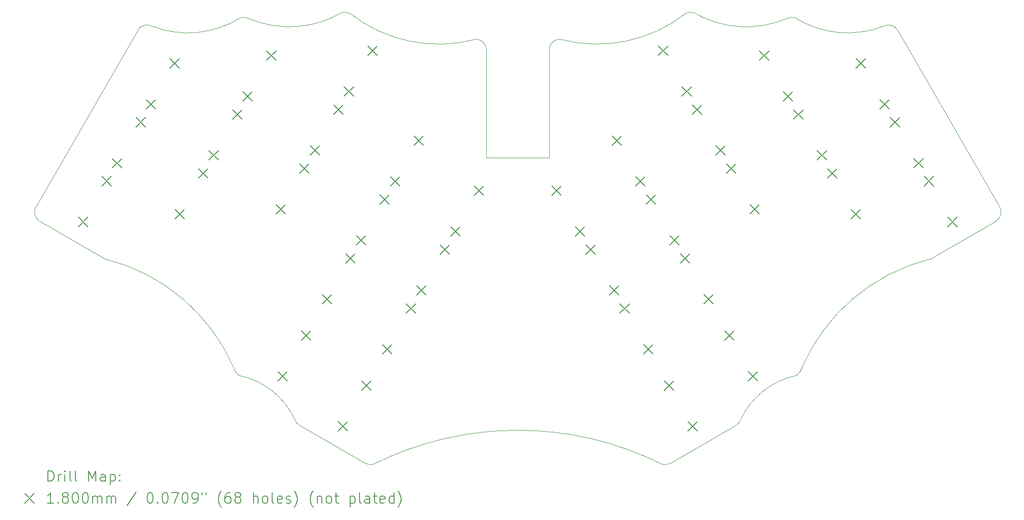
<source format=gbr>
%TF.GenerationSoftware,KiCad,Pcbnew,8.0.7-8.0.7-0~ubuntu22.04.1*%
%TF.CreationDate,2025-01-04T18:43:20+00:00*%
%TF.ProjectId,minikeeb,6d696e69-6b65-4656-922e-6b696361645f,rev?*%
%TF.SameCoordinates,Original*%
%TF.FileFunction,Drillmap*%
%TF.FilePolarity,Positive*%
%FSLAX45Y45*%
G04 Gerber Fmt 4.5, Leading zero omitted, Abs format (unit mm)*
G04 Created by KiCad (PCBNEW 8.0.7-8.0.7-0~ubuntu22.04.1) date 2025-01-04 18:43:20*
%MOMM*%
%LPD*%
G01*
G04 APERTURE LIST*
%ADD10C,0.050000*%
%ADD11C,0.120000*%
%ADD12C,0.200000*%
%ADD13C,0.180000*%
G04 APERTURE END LIST*
D10*
X18548813Y-3675552D02*
G75*
G02*
X16144997Y-4166009I-1692366J2158587D01*
G01*
X12583366Y-12292517D02*
G75*
G02*
X18106682Y-12292498I2761677J-5523329D01*
G01*
X14545004Y-4166013D02*
G75*
G02*
X12141600Y-3674636I-710324J2649092D01*
G01*
X12431603Y-12272537D02*
X11175866Y-11547537D01*
X10057045Y-3752348D02*
G75*
G02*
X10208809Y-3772328I51765J-193182D01*
G01*
X18258311Y-12272587D02*
X19514048Y-11547587D01*
X6213034Y-7643014D02*
X7468771Y-8368014D01*
X23220970Y-8368164D02*
X24476793Y-7643114D01*
X8089829Y-3992310D02*
G75*
G02*
X8363031Y-3919109I173201J-100000D01*
G01*
X11175866Y-11547537D02*
G75*
G02*
X11082681Y-11426096I100004J173207D01*
G01*
X18258311Y-12272587D02*
G75*
G02*
X18106720Y-12292470I-99831J173307D01*
G01*
X10024174Y-10593948D02*
G75*
G02*
X9930194Y-10472045I99216J173668D01*
G01*
X19607233Y-11426146D02*
G75*
G02*
X19514047Y-11547585I-193183J51766D01*
G01*
X22326793Y-3919205D02*
G75*
G02*
X22599994Y-3992412I99997J-173205D01*
G01*
X18548813Y-3675552D02*
G75*
G02*
X18700576Y-3655574I99997J-173208D01*
G01*
X20481191Y-3772328D02*
G75*
G02*
X20632955Y-3752349I99999J-173202D01*
G01*
X6213034Y-7643014D02*
G75*
G02*
X6139828Y-7369809I99996J173204D01*
G01*
X10057045Y-3752348D02*
G75*
G02*
X8363034Y-3919104I-1013761J1610633D01*
G01*
X11989837Y-3654655D02*
G75*
G02*
X12141600Y-3674636I51763J-193185D01*
G01*
X7468770Y-8368014D02*
G75*
G02*
X9930191Y-10472046I-873321J-3513436D01*
G01*
X14545000Y-4166000D02*
G75*
G02*
X14745000Y-4366000I0J-200000D01*
G01*
X22326793Y-3919205D02*
G75*
G02*
X20632955Y-3752347I-680063J1777245D01*
G01*
X11989836Y-3654655D02*
G75*
G02*
X10208809Y-3772328I-1008186J1722195D01*
G01*
X24549911Y-7369959D02*
G75*
G02*
X24476793Y-7643114I-173202J-100001D01*
G01*
X15945000Y-4366000D02*
G75*
G02*
X16145000Y-4166000I200000J0D01*
G01*
X19607233Y-11426146D02*
G75*
G02*
X20666437Y-10593590I1362157J-642924D01*
G01*
X20759620Y-10472140D02*
G75*
G02*
X23220970Y-8368164I3334655J-1409367D01*
G01*
X20481191Y-3772328D02*
G75*
G02*
X18700581Y-3655564I-773541J1838978D01*
G01*
X20759620Y-10472140D02*
G75*
G02*
X20666435Y-10593581I-193180J51760D01*
G01*
X10024180Y-10593936D02*
G75*
G02*
X11082688Y-11426092I-302900J-1474584D01*
G01*
X12583366Y-12292517D02*
G75*
G02*
X12431601Y-12272539I-51766J193187D01*
G01*
X6139829Y-7369809D02*
X8089829Y-3992310D01*
X22599998Y-3992410D02*
X24549911Y-7369959D01*
D11*
X14745000Y-4366000D02*
X14745000Y-6430000D01*
X14745000Y-6430000D02*
X15945000Y-6430000D01*
X15945000Y-6430000D02*
X15945000Y-4366000D01*
D12*
D13*
X6950816Y-7569054D02*
X7130816Y-7749054D01*
X7130816Y-7569054D02*
X6950816Y-7749054D01*
X7400816Y-6789631D02*
X7580816Y-6969631D01*
X7580816Y-6789631D02*
X7400816Y-6969631D01*
X7600816Y-6443221D02*
X7780816Y-6623221D01*
X7780816Y-6443221D02*
X7600816Y-6623221D01*
X8050816Y-5663798D02*
X8230816Y-5843798D01*
X8230816Y-5663798D02*
X8050816Y-5843798D01*
X8250816Y-5317388D02*
X8430816Y-5497388D01*
X8430816Y-5317388D02*
X8250816Y-5497388D01*
X8700816Y-4537965D02*
X8880816Y-4717965D01*
X8880816Y-4537965D02*
X8700816Y-4717965D01*
X8796678Y-7422327D02*
X8976678Y-7602327D01*
X8976678Y-7422327D02*
X8796678Y-7602327D01*
X9246678Y-6642905D02*
X9426678Y-6822905D01*
X9426678Y-6642905D02*
X9246678Y-6822905D01*
X9446591Y-6296444D02*
X9626591Y-6476444D01*
X9626591Y-6296444D02*
X9446591Y-6476444D01*
X9896591Y-5517022D02*
X10076591Y-5697022D01*
X10076591Y-5517022D02*
X9896591Y-5697022D01*
X10096591Y-5170611D02*
X10276591Y-5350611D01*
X10276591Y-5170611D02*
X10096591Y-5350611D01*
X10546591Y-4391189D02*
X10726591Y-4571189D01*
X10726591Y-4391189D02*
X10546591Y-4571189D01*
X10728882Y-7325451D02*
X10908882Y-7505451D01*
X10908882Y-7325451D02*
X10728882Y-7505451D01*
X10761174Y-10519521D02*
X10941174Y-10699521D01*
X10941174Y-10519521D02*
X10761174Y-10699521D01*
X11178882Y-6546028D02*
X11358882Y-6726028D01*
X11358882Y-6546028D02*
X11178882Y-6726028D01*
X11211173Y-9740098D02*
X11391173Y-9920098D01*
X11391173Y-9740098D02*
X11211173Y-9920098D01*
X11378882Y-6199618D02*
X11558882Y-6379618D01*
X11558882Y-6199618D02*
X11378882Y-6379618D01*
X11611347Y-9047377D02*
X11791347Y-9227377D01*
X11791347Y-9047377D02*
X11611347Y-9227377D01*
X11828882Y-5420195D02*
X12008882Y-5600195D01*
X12008882Y-5420195D02*
X11828882Y-5600195D01*
X11913648Y-11473577D02*
X12093648Y-11653577D01*
X12093648Y-11473577D02*
X11913648Y-11653577D01*
X12029382Y-5072919D02*
X12209382Y-5252919D01*
X12209382Y-5072919D02*
X12029382Y-5252919D01*
X12061347Y-8267955D02*
X12241347Y-8447955D01*
X12241347Y-8267955D02*
X12061347Y-8447955D01*
X12261347Y-7921544D02*
X12441347Y-8101544D01*
X12441347Y-7921544D02*
X12261347Y-8101544D01*
X12363648Y-10694154D02*
X12543648Y-10874154D01*
X12543648Y-10694154D02*
X12363648Y-10874154D01*
X12479382Y-4293496D02*
X12659382Y-4473496D01*
X12659382Y-4293496D02*
X12479382Y-4473496D01*
X12711347Y-7142122D02*
X12891347Y-7322122D01*
X12891347Y-7142122D02*
X12711347Y-7322122D01*
X12763648Y-10001334D02*
X12943648Y-10181334D01*
X12943648Y-10001334D02*
X12763648Y-10181334D01*
X12911260Y-6795661D02*
X13091260Y-6975661D01*
X13091260Y-6795661D02*
X12911260Y-6975661D01*
X13213648Y-9221911D02*
X13393648Y-9401911D01*
X13393648Y-9221911D02*
X13213648Y-9401911D01*
X13361260Y-6016239D02*
X13541260Y-6196239D01*
X13541260Y-6016239D02*
X13361260Y-6196239D01*
X13413648Y-8875501D02*
X13593648Y-9055501D01*
X13593648Y-8875501D02*
X13413648Y-9055501D01*
X13863648Y-8096078D02*
X14043648Y-8276078D01*
X14043648Y-8096078D02*
X13863648Y-8276078D01*
X14063648Y-7749668D02*
X14243648Y-7929668D01*
X14243648Y-7749668D02*
X14063648Y-7929668D01*
X14513648Y-6970245D02*
X14693648Y-7150245D01*
X14693648Y-6970245D02*
X14513648Y-7150245D01*
X15996266Y-6970295D02*
X16176266Y-7150295D01*
X16176266Y-6970295D02*
X15996266Y-7150295D01*
X16446266Y-7749718D02*
X16626266Y-7929718D01*
X16626266Y-7749718D02*
X16446266Y-7929718D01*
X16646266Y-8096128D02*
X16826266Y-8276128D01*
X16826266Y-8096128D02*
X16646266Y-8276128D01*
X17096266Y-8875551D02*
X17276266Y-9055551D01*
X17276266Y-8875551D02*
X17096266Y-9055551D01*
X17148567Y-6016339D02*
X17328567Y-6196339D01*
X17328567Y-6016339D02*
X17148567Y-6196339D01*
X17296266Y-9221961D02*
X17476266Y-9401961D01*
X17476266Y-9221961D02*
X17296266Y-9401961D01*
X17598567Y-6795761D02*
X17778567Y-6975761D01*
X17778567Y-6795761D02*
X17598567Y-6975761D01*
X17746266Y-10001384D02*
X17926266Y-10181384D01*
X17926266Y-10001384D02*
X17746266Y-10181384D01*
X17798567Y-7142172D02*
X17978567Y-7322172D01*
X17978567Y-7142172D02*
X17798567Y-7322172D01*
X18030858Y-4294512D02*
X18210858Y-4474512D01*
X18210858Y-4294512D02*
X18030858Y-4474512D01*
X18146266Y-10694204D02*
X18326266Y-10874204D01*
X18326266Y-10694204D02*
X18146266Y-10874204D01*
X18248567Y-7921594D02*
X18428567Y-8101594D01*
X18428567Y-7921594D02*
X18248567Y-8101594D01*
X18448653Y-8267955D02*
X18628653Y-8447955D01*
X18628653Y-8267955D02*
X18448653Y-8447955D01*
X18480858Y-5073935D02*
X18660858Y-5253935D01*
X18660858Y-5073935D02*
X18480858Y-5253935D01*
X18596266Y-11473627D02*
X18776266Y-11653627D01*
X18776266Y-11473627D02*
X18596266Y-11653627D01*
X18680945Y-5420295D02*
X18860945Y-5600295D01*
X18860945Y-5420295D02*
X18680945Y-5600295D01*
X18898653Y-9047377D02*
X19078653Y-9227377D01*
X19078653Y-9047377D02*
X18898653Y-9227377D01*
X19130945Y-6199718D02*
X19310945Y-6379718D01*
X19310945Y-6199718D02*
X19130945Y-6379718D01*
X19298653Y-9740198D02*
X19478653Y-9920198D01*
X19478653Y-9740198D02*
X19298653Y-9920198D01*
X19331945Y-6547860D02*
X19511945Y-6727860D01*
X19511945Y-6547860D02*
X19331945Y-6727860D01*
X19748653Y-10519621D02*
X19928653Y-10699621D01*
X19928653Y-10519621D02*
X19748653Y-10699621D01*
X19781945Y-7327283D02*
X19961945Y-7507283D01*
X19961945Y-7327283D02*
X19781945Y-7507283D01*
X19963149Y-4391339D02*
X20143149Y-4571339D01*
X20143149Y-4391339D02*
X19963149Y-4571339D01*
X20413149Y-5170761D02*
X20593149Y-5350761D01*
X20593149Y-5170761D02*
X20413149Y-5350761D01*
X20613236Y-5517122D02*
X20793236Y-5697122D01*
X20793236Y-5517122D02*
X20613236Y-5697122D01*
X21063236Y-6296544D02*
X21243236Y-6476544D01*
X21243236Y-6296544D02*
X21063236Y-6476544D01*
X21263236Y-6642955D02*
X21443236Y-6822955D01*
X21443236Y-6642955D02*
X21263236Y-6822955D01*
X21713236Y-7422377D02*
X21893236Y-7602377D01*
X21893236Y-7422377D02*
X21713236Y-7602377D01*
X21808838Y-4538165D02*
X21988838Y-4718165D01*
X21988838Y-4538165D02*
X21808838Y-4718165D01*
X22258838Y-5317588D02*
X22438838Y-5497588D01*
X22438838Y-5317588D02*
X22258838Y-5497588D01*
X22458925Y-5663948D02*
X22638925Y-5843948D01*
X22638925Y-5663948D02*
X22458925Y-5843948D01*
X22908925Y-6443371D02*
X23088925Y-6623371D01*
X23088925Y-6443371D02*
X22908925Y-6623371D01*
X23108838Y-6789831D02*
X23288838Y-6969831D01*
X23288838Y-6789831D02*
X23108838Y-6969831D01*
X23558838Y-7569254D02*
X23738838Y-7749254D01*
X23738838Y-7569254D02*
X23558838Y-7749254D01*
D12*
X6371309Y-12613316D02*
X6371309Y-12413316D01*
X6371309Y-12413316D02*
X6418928Y-12413316D01*
X6418928Y-12413316D02*
X6447500Y-12422840D01*
X6447500Y-12422840D02*
X6466547Y-12441888D01*
X6466547Y-12441888D02*
X6476071Y-12460935D01*
X6476071Y-12460935D02*
X6485595Y-12499031D01*
X6485595Y-12499031D02*
X6485595Y-12527602D01*
X6485595Y-12527602D02*
X6476071Y-12565697D01*
X6476071Y-12565697D02*
X6466547Y-12584745D01*
X6466547Y-12584745D02*
X6447500Y-12603793D01*
X6447500Y-12603793D02*
X6418928Y-12613316D01*
X6418928Y-12613316D02*
X6371309Y-12613316D01*
X6571309Y-12613316D02*
X6571309Y-12479983D01*
X6571309Y-12518078D02*
X6580833Y-12499031D01*
X6580833Y-12499031D02*
X6590357Y-12489507D01*
X6590357Y-12489507D02*
X6609405Y-12479983D01*
X6609405Y-12479983D02*
X6628452Y-12479983D01*
X6695119Y-12613316D02*
X6695119Y-12479983D01*
X6695119Y-12413316D02*
X6685595Y-12422840D01*
X6685595Y-12422840D02*
X6695119Y-12432364D01*
X6695119Y-12432364D02*
X6704643Y-12422840D01*
X6704643Y-12422840D02*
X6695119Y-12413316D01*
X6695119Y-12413316D02*
X6695119Y-12432364D01*
X6818928Y-12613316D02*
X6799881Y-12603793D01*
X6799881Y-12603793D02*
X6790357Y-12584745D01*
X6790357Y-12584745D02*
X6790357Y-12413316D01*
X6923690Y-12613316D02*
X6904643Y-12603793D01*
X6904643Y-12603793D02*
X6895119Y-12584745D01*
X6895119Y-12584745D02*
X6895119Y-12413316D01*
X7152262Y-12613316D02*
X7152262Y-12413316D01*
X7152262Y-12413316D02*
X7218928Y-12556174D01*
X7218928Y-12556174D02*
X7285595Y-12413316D01*
X7285595Y-12413316D02*
X7285595Y-12613316D01*
X7466547Y-12613316D02*
X7466547Y-12508555D01*
X7466547Y-12508555D02*
X7457024Y-12489507D01*
X7457024Y-12489507D02*
X7437976Y-12479983D01*
X7437976Y-12479983D02*
X7399881Y-12479983D01*
X7399881Y-12479983D02*
X7380833Y-12489507D01*
X7466547Y-12603793D02*
X7447500Y-12613316D01*
X7447500Y-12613316D02*
X7399881Y-12613316D01*
X7399881Y-12613316D02*
X7380833Y-12603793D01*
X7380833Y-12603793D02*
X7371309Y-12584745D01*
X7371309Y-12584745D02*
X7371309Y-12565697D01*
X7371309Y-12565697D02*
X7380833Y-12546650D01*
X7380833Y-12546650D02*
X7399881Y-12537126D01*
X7399881Y-12537126D02*
X7447500Y-12537126D01*
X7447500Y-12537126D02*
X7466547Y-12527602D01*
X7561786Y-12479983D02*
X7561786Y-12679983D01*
X7561786Y-12489507D02*
X7580833Y-12479983D01*
X7580833Y-12479983D02*
X7618928Y-12479983D01*
X7618928Y-12479983D02*
X7637976Y-12489507D01*
X7637976Y-12489507D02*
X7647500Y-12499031D01*
X7647500Y-12499031D02*
X7657024Y-12518078D01*
X7657024Y-12518078D02*
X7657024Y-12575221D01*
X7657024Y-12575221D02*
X7647500Y-12594269D01*
X7647500Y-12594269D02*
X7637976Y-12603793D01*
X7637976Y-12603793D02*
X7618928Y-12613316D01*
X7618928Y-12613316D02*
X7580833Y-12613316D01*
X7580833Y-12613316D02*
X7561786Y-12603793D01*
X7742738Y-12594269D02*
X7752262Y-12603793D01*
X7752262Y-12603793D02*
X7742738Y-12613316D01*
X7742738Y-12613316D02*
X7733214Y-12603793D01*
X7733214Y-12603793D02*
X7742738Y-12594269D01*
X7742738Y-12594269D02*
X7742738Y-12613316D01*
X7742738Y-12489507D02*
X7752262Y-12499031D01*
X7752262Y-12499031D02*
X7742738Y-12508555D01*
X7742738Y-12508555D02*
X7733214Y-12499031D01*
X7733214Y-12499031D02*
X7742738Y-12489507D01*
X7742738Y-12489507D02*
X7742738Y-12508555D01*
D13*
X5930533Y-12851833D02*
X6110533Y-13031833D01*
X6110533Y-12851833D02*
X5930533Y-13031833D01*
D12*
X6476071Y-13033316D02*
X6361786Y-13033316D01*
X6418928Y-13033316D02*
X6418928Y-12833316D01*
X6418928Y-12833316D02*
X6399881Y-12861888D01*
X6399881Y-12861888D02*
X6380833Y-12880935D01*
X6380833Y-12880935D02*
X6361786Y-12890459D01*
X6561786Y-13014269D02*
X6571309Y-13023793D01*
X6571309Y-13023793D02*
X6561786Y-13033316D01*
X6561786Y-13033316D02*
X6552262Y-13023793D01*
X6552262Y-13023793D02*
X6561786Y-13014269D01*
X6561786Y-13014269D02*
X6561786Y-13033316D01*
X6685595Y-12919031D02*
X6666547Y-12909507D01*
X6666547Y-12909507D02*
X6657024Y-12899983D01*
X6657024Y-12899983D02*
X6647500Y-12880935D01*
X6647500Y-12880935D02*
X6647500Y-12871412D01*
X6647500Y-12871412D02*
X6657024Y-12852364D01*
X6657024Y-12852364D02*
X6666547Y-12842840D01*
X6666547Y-12842840D02*
X6685595Y-12833316D01*
X6685595Y-12833316D02*
X6723690Y-12833316D01*
X6723690Y-12833316D02*
X6742738Y-12842840D01*
X6742738Y-12842840D02*
X6752262Y-12852364D01*
X6752262Y-12852364D02*
X6761786Y-12871412D01*
X6761786Y-12871412D02*
X6761786Y-12880935D01*
X6761786Y-12880935D02*
X6752262Y-12899983D01*
X6752262Y-12899983D02*
X6742738Y-12909507D01*
X6742738Y-12909507D02*
X6723690Y-12919031D01*
X6723690Y-12919031D02*
X6685595Y-12919031D01*
X6685595Y-12919031D02*
X6666547Y-12928555D01*
X6666547Y-12928555D02*
X6657024Y-12938078D01*
X6657024Y-12938078D02*
X6647500Y-12957126D01*
X6647500Y-12957126D02*
X6647500Y-12995221D01*
X6647500Y-12995221D02*
X6657024Y-13014269D01*
X6657024Y-13014269D02*
X6666547Y-13023793D01*
X6666547Y-13023793D02*
X6685595Y-13033316D01*
X6685595Y-13033316D02*
X6723690Y-13033316D01*
X6723690Y-13033316D02*
X6742738Y-13023793D01*
X6742738Y-13023793D02*
X6752262Y-13014269D01*
X6752262Y-13014269D02*
X6761786Y-12995221D01*
X6761786Y-12995221D02*
X6761786Y-12957126D01*
X6761786Y-12957126D02*
X6752262Y-12938078D01*
X6752262Y-12938078D02*
X6742738Y-12928555D01*
X6742738Y-12928555D02*
X6723690Y-12919031D01*
X6885595Y-12833316D02*
X6904643Y-12833316D01*
X6904643Y-12833316D02*
X6923690Y-12842840D01*
X6923690Y-12842840D02*
X6933214Y-12852364D01*
X6933214Y-12852364D02*
X6942738Y-12871412D01*
X6942738Y-12871412D02*
X6952262Y-12909507D01*
X6952262Y-12909507D02*
X6952262Y-12957126D01*
X6952262Y-12957126D02*
X6942738Y-12995221D01*
X6942738Y-12995221D02*
X6933214Y-13014269D01*
X6933214Y-13014269D02*
X6923690Y-13023793D01*
X6923690Y-13023793D02*
X6904643Y-13033316D01*
X6904643Y-13033316D02*
X6885595Y-13033316D01*
X6885595Y-13033316D02*
X6866547Y-13023793D01*
X6866547Y-13023793D02*
X6857024Y-13014269D01*
X6857024Y-13014269D02*
X6847500Y-12995221D01*
X6847500Y-12995221D02*
X6837976Y-12957126D01*
X6837976Y-12957126D02*
X6837976Y-12909507D01*
X6837976Y-12909507D02*
X6847500Y-12871412D01*
X6847500Y-12871412D02*
X6857024Y-12852364D01*
X6857024Y-12852364D02*
X6866547Y-12842840D01*
X6866547Y-12842840D02*
X6885595Y-12833316D01*
X7076071Y-12833316D02*
X7095119Y-12833316D01*
X7095119Y-12833316D02*
X7114167Y-12842840D01*
X7114167Y-12842840D02*
X7123690Y-12852364D01*
X7123690Y-12852364D02*
X7133214Y-12871412D01*
X7133214Y-12871412D02*
X7142738Y-12909507D01*
X7142738Y-12909507D02*
X7142738Y-12957126D01*
X7142738Y-12957126D02*
X7133214Y-12995221D01*
X7133214Y-12995221D02*
X7123690Y-13014269D01*
X7123690Y-13014269D02*
X7114167Y-13023793D01*
X7114167Y-13023793D02*
X7095119Y-13033316D01*
X7095119Y-13033316D02*
X7076071Y-13033316D01*
X7076071Y-13033316D02*
X7057024Y-13023793D01*
X7057024Y-13023793D02*
X7047500Y-13014269D01*
X7047500Y-13014269D02*
X7037976Y-12995221D01*
X7037976Y-12995221D02*
X7028452Y-12957126D01*
X7028452Y-12957126D02*
X7028452Y-12909507D01*
X7028452Y-12909507D02*
X7037976Y-12871412D01*
X7037976Y-12871412D02*
X7047500Y-12852364D01*
X7047500Y-12852364D02*
X7057024Y-12842840D01*
X7057024Y-12842840D02*
X7076071Y-12833316D01*
X7228452Y-13033316D02*
X7228452Y-12899983D01*
X7228452Y-12919031D02*
X7237976Y-12909507D01*
X7237976Y-12909507D02*
X7257024Y-12899983D01*
X7257024Y-12899983D02*
X7285595Y-12899983D01*
X7285595Y-12899983D02*
X7304643Y-12909507D01*
X7304643Y-12909507D02*
X7314167Y-12928555D01*
X7314167Y-12928555D02*
X7314167Y-13033316D01*
X7314167Y-12928555D02*
X7323690Y-12909507D01*
X7323690Y-12909507D02*
X7342738Y-12899983D01*
X7342738Y-12899983D02*
X7371309Y-12899983D01*
X7371309Y-12899983D02*
X7390357Y-12909507D01*
X7390357Y-12909507D02*
X7399881Y-12928555D01*
X7399881Y-12928555D02*
X7399881Y-13033316D01*
X7495119Y-13033316D02*
X7495119Y-12899983D01*
X7495119Y-12919031D02*
X7504643Y-12909507D01*
X7504643Y-12909507D02*
X7523690Y-12899983D01*
X7523690Y-12899983D02*
X7552262Y-12899983D01*
X7552262Y-12899983D02*
X7571309Y-12909507D01*
X7571309Y-12909507D02*
X7580833Y-12928555D01*
X7580833Y-12928555D02*
X7580833Y-13033316D01*
X7580833Y-12928555D02*
X7590357Y-12909507D01*
X7590357Y-12909507D02*
X7609405Y-12899983D01*
X7609405Y-12899983D02*
X7637976Y-12899983D01*
X7637976Y-12899983D02*
X7657024Y-12909507D01*
X7657024Y-12909507D02*
X7666548Y-12928555D01*
X7666548Y-12928555D02*
X7666548Y-13033316D01*
X8057024Y-12823793D02*
X7885595Y-13080935D01*
X8314167Y-12833316D02*
X8333214Y-12833316D01*
X8333214Y-12833316D02*
X8352262Y-12842840D01*
X8352262Y-12842840D02*
X8361786Y-12852364D01*
X8361786Y-12852364D02*
X8371310Y-12871412D01*
X8371310Y-12871412D02*
X8380833Y-12909507D01*
X8380833Y-12909507D02*
X8380833Y-12957126D01*
X8380833Y-12957126D02*
X8371310Y-12995221D01*
X8371310Y-12995221D02*
X8361786Y-13014269D01*
X8361786Y-13014269D02*
X8352262Y-13023793D01*
X8352262Y-13023793D02*
X8333214Y-13033316D01*
X8333214Y-13033316D02*
X8314167Y-13033316D01*
X8314167Y-13033316D02*
X8295119Y-13023793D01*
X8295119Y-13023793D02*
X8285595Y-13014269D01*
X8285595Y-13014269D02*
X8276071Y-12995221D01*
X8276071Y-12995221D02*
X8266548Y-12957126D01*
X8266548Y-12957126D02*
X8266548Y-12909507D01*
X8266548Y-12909507D02*
X8276071Y-12871412D01*
X8276071Y-12871412D02*
X8285595Y-12852364D01*
X8285595Y-12852364D02*
X8295119Y-12842840D01*
X8295119Y-12842840D02*
X8314167Y-12833316D01*
X8466548Y-13014269D02*
X8476072Y-13023793D01*
X8476072Y-13023793D02*
X8466548Y-13033316D01*
X8466548Y-13033316D02*
X8457024Y-13023793D01*
X8457024Y-13023793D02*
X8466548Y-13014269D01*
X8466548Y-13014269D02*
X8466548Y-13033316D01*
X8599881Y-12833316D02*
X8618929Y-12833316D01*
X8618929Y-12833316D02*
X8637976Y-12842840D01*
X8637976Y-12842840D02*
X8647500Y-12852364D01*
X8647500Y-12852364D02*
X8657024Y-12871412D01*
X8657024Y-12871412D02*
X8666548Y-12909507D01*
X8666548Y-12909507D02*
X8666548Y-12957126D01*
X8666548Y-12957126D02*
X8657024Y-12995221D01*
X8657024Y-12995221D02*
X8647500Y-13014269D01*
X8647500Y-13014269D02*
X8637976Y-13023793D01*
X8637976Y-13023793D02*
X8618929Y-13033316D01*
X8618929Y-13033316D02*
X8599881Y-13033316D01*
X8599881Y-13033316D02*
X8580833Y-13023793D01*
X8580833Y-13023793D02*
X8571310Y-13014269D01*
X8571310Y-13014269D02*
X8561786Y-12995221D01*
X8561786Y-12995221D02*
X8552262Y-12957126D01*
X8552262Y-12957126D02*
X8552262Y-12909507D01*
X8552262Y-12909507D02*
X8561786Y-12871412D01*
X8561786Y-12871412D02*
X8571310Y-12852364D01*
X8571310Y-12852364D02*
X8580833Y-12842840D01*
X8580833Y-12842840D02*
X8599881Y-12833316D01*
X8733214Y-12833316D02*
X8866548Y-12833316D01*
X8866548Y-12833316D02*
X8780833Y-13033316D01*
X8980833Y-12833316D02*
X8999881Y-12833316D01*
X8999881Y-12833316D02*
X9018929Y-12842840D01*
X9018929Y-12842840D02*
X9028453Y-12852364D01*
X9028453Y-12852364D02*
X9037976Y-12871412D01*
X9037976Y-12871412D02*
X9047500Y-12909507D01*
X9047500Y-12909507D02*
X9047500Y-12957126D01*
X9047500Y-12957126D02*
X9037976Y-12995221D01*
X9037976Y-12995221D02*
X9028453Y-13014269D01*
X9028453Y-13014269D02*
X9018929Y-13023793D01*
X9018929Y-13023793D02*
X8999881Y-13033316D01*
X8999881Y-13033316D02*
X8980833Y-13033316D01*
X8980833Y-13033316D02*
X8961786Y-13023793D01*
X8961786Y-13023793D02*
X8952262Y-13014269D01*
X8952262Y-13014269D02*
X8942738Y-12995221D01*
X8942738Y-12995221D02*
X8933214Y-12957126D01*
X8933214Y-12957126D02*
X8933214Y-12909507D01*
X8933214Y-12909507D02*
X8942738Y-12871412D01*
X8942738Y-12871412D02*
X8952262Y-12852364D01*
X8952262Y-12852364D02*
X8961786Y-12842840D01*
X8961786Y-12842840D02*
X8980833Y-12833316D01*
X9142738Y-13033316D02*
X9180833Y-13033316D01*
X9180833Y-13033316D02*
X9199881Y-13023793D01*
X9199881Y-13023793D02*
X9209405Y-13014269D01*
X9209405Y-13014269D02*
X9228453Y-12985697D01*
X9228453Y-12985697D02*
X9237976Y-12947602D01*
X9237976Y-12947602D02*
X9237976Y-12871412D01*
X9237976Y-12871412D02*
X9228453Y-12852364D01*
X9228453Y-12852364D02*
X9218929Y-12842840D01*
X9218929Y-12842840D02*
X9199881Y-12833316D01*
X9199881Y-12833316D02*
X9161786Y-12833316D01*
X9161786Y-12833316D02*
X9142738Y-12842840D01*
X9142738Y-12842840D02*
X9133214Y-12852364D01*
X9133214Y-12852364D02*
X9123691Y-12871412D01*
X9123691Y-12871412D02*
X9123691Y-12919031D01*
X9123691Y-12919031D02*
X9133214Y-12938078D01*
X9133214Y-12938078D02*
X9142738Y-12947602D01*
X9142738Y-12947602D02*
X9161786Y-12957126D01*
X9161786Y-12957126D02*
X9199881Y-12957126D01*
X9199881Y-12957126D02*
X9218929Y-12947602D01*
X9218929Y-12947602D02*
X9228453Y-12938078D01*
X9228453Y-12938078D02*
X9237976Y-12919031D01*
X9314167Y-12833316D02*
X9314167Y-12871412D01*
X9390357Y-12833316D02*
X9390357Y-12871412D01*
X9685596Y-13109507D02*
X9676072Y-13099983D01*
X9676072Y-13099983D02*
X9657024Y-13071412D01*
X9657024Y-13071412D02*
X9647500Y-13052364D01*
X9647500Y-13052364D02*
X9637976Y-13023793D01*
X9637976Y-13023793D02*
X9628453Y-12976174D01*
X9628453Y-12976174D02*
X9628453Y-12938078D01*
X9628453Y-12938078D02*
X9637976Y-12890459D01*
X9637976Y-12890459D02*
X9647500Y-12861888D01*
X9647500Y-12861888D02*
X9657024Y-12842840D01*
X9657024Y-12842840D02*
X9676072Y-12814269D01*
X9676072Y-12814269D02*
X9685596Y-12804745D01*
X9847500Y-12833316D02*
X9809405Y-12833316D01*
X9809405Y-12833316D02*
X9790357Y-12842840D01*
X9790357Y-12842840D02*
X9780834Y-12852364D01*
X9780834Y-12852364D02*
X9761786Y-12880935D01*
X9761786Y-12880935D02*
X9752262Y-12919031D01*
X9752262Y-12919031D02*
X9752262Y-12995221D01*
X9752262Y-12995221D02*
X9761786Y-13014269D01*
X9761786Y-13014269D02*
X9771310Y-13023793D01*
X9771310Y-13023793D02*
X9790357Y-13033316D01*
X9790357Y-13033316D02*
X9828453Y-13033316D01*
X9828453Y-13033316D02*
X9847500Y-13023793D01*
X9847500Y-13023793D02*
X9857024Y-13014269D01*
X9857024Y-13014269D02*
X9866548Y-12995221D01*
X9866548Y-12995221D02*
X9866548Y-12947602D01*
X9866548Y-12947602D02*
X9857024Y-12928555D01*
X9857024Y-12928555D02*
X9847500Y-12919031D01*
X9847500Y-12919031D02*
X9828453Y-12909507D01*
X9828453Y-12909507D02*
X9790357Y-12909507D01*
X9790357Y-12909507D02*
X9771310Y-12919031D01*
X9771310Y-12919031D02*
X9761786Y-12928555D01*
X9761786Y-12928555D02*
X9752262Y-12947602D01*
X9980834Y-12919031D02*
X9961786Y-12909507D01*
X9961786Y-12909507D02*
X9952262Y-12899983D01*
X9952262Y-12899983D02*
X9942738Y-12880935D01*
X9942738Y-12880935D02*
X9942738Y-12871412D01*
X9942738Y-12871412D02*
X9952262Y-12852364D01*
X9952262Y-12852364D02*
X9961786Y-12842840D01*
X9961786Y-12842840D02*
X9980834Y-12833316D01*
X9980834Y-12833316D02*
X10018929Y-12833316D01*
X10018929Y-12833316D02*
X10037976Y-12842840D01*
X10037976Y-12842840D02*
X10047500Y-12852364D01*
X10047500Y-12852364D02*
X10057024Y-12871412D01*
X10057024Y-12871412D02*
X10057024Y-12880935D01*
X10057024Y-12880935D02*
X10047500Y-12899983D01*
X10047500Y-12899983D02*
X10037976Y-12909507D01*
X10037976Y-12909507D02*
X10018929Y-12919031D01*
X10018929Y-12919031D02*
X9980834Y-12919031D01*
X9980834Y-12919031D02*
X9961786Y-12928555D01*
X9961786Y-12928555D02*
X9952262Y-12938078D01*
X9952262Y-12938078D02*
X9942738Y-12957126D01*
X9942738Y-12957126D02*
X9942738Y-12995221D01*
X9942738Y-12995221D02*
X9952262Y-13014269D01*
X9952262Y-13014269D02*
X9961786Y-13023793D01*
X9961786Y-13023793D02*
X9980834Y-13033316D01*
X9980834Y-13033316D02*
X10018929Y-13033316D01*
X10018929Y-13033316D02*
X10037976Y-13023793D01*
X10037976Y-13023793D02*
X10047500Y-13014269D01*
X10047500Y-13014269D02*
X10057024Y-12995221D01*
X10057024Y-12995221D02*
X10057024Y-12957126D01*
X10057024Y-12957126D02*
X10047500Y-12938078D01*
X10047500Y-12938078D02*
X10037976Y-12928555D01*
X10037976Y-12928555D02*
X10018929Y-12919031D01*
X10295119Y-13033316D02*
X10295119Y-12833316D01*
X10380834Y-13033316D02*
X10380834Y-12928555D01*
X10380834Y-12928555D02*
X10371310Y-12909507D01*
X10371310Y-12909507D02*
X10352262Y-12899983D01*
X10352262Y-12899983D02*
X10323691Y-12899983D01*
X10323691Y-12899983D02*
X10304643Y-12909507D01*
X10304643Y-12909507D02*
X10295119Y-12919031D01*
X10504643Y-13033316D02*
X10485596Y-13023793D01*
X10485596Y-13023793D02*
X10476072Y-13014269D01*
X10476072Y-13014269D02*
X10466548Y-12995221D01*
X10466548Y-12995221D02*
X10466548Y-12938078D01*
X10466548Y-12938078D02*
X10476072Y-12919031D01*
X10476072Y-12919031D02*
X10485596Y-12909507D01*
X10485596Y-12909507D02*
X10504643Y-12899983D01*
X10504643Y-12899983D02*
X10533215Y-12899983D01*
X10533215Y-12899983D02*
X10552262Y-12909507D01*
X10552262Y-12909507D02*
X10561786Y-12919031D01*
X10561786Y-12919031D02*
X10571310Y-12938078D01*
X10571310Y-12938078D02*
X10571310Y-12995221D01*
X10571310Y-12995221D02*
X10561786Y-13014269D01*
X10561786Y-13014269D02*
X10552262Y-13023793D01*
X10552262Y-13023793D02*
X10533215Y-13033316D01*
X10533215Y-13033316D02*
X10504643Y-13033316D01*
X10685596Y-13033316D02*
X10666548Y-13023793D01*
X10666548Y-13023793D02*
X10657024Y-13004745D01*
X10657024Y-13004745D02*
X10657024Y-12833316D01*
X10837977Y-13023793D02*
X10818929Y-13033316D01*
X10818929Y-13033316D02*
X10780834Y-13033316D01*
X10780834Y-13033316D02*
X10761786Y-13023793D01*
X10761786Y-13023793D02*
X10752262Y-13004745D01*
X10752262Y-13004745D02*
X10752262Y-12928555D01*
X10752262Y-12928555D02*
X10761786Y-12909507D01*
X10761786Y-12909507D02*
X10780834Y-12899983D01*
X10780834Y-12899983D02*
X10818929Y-12899983D01*
X10818929Y-12899983D02*
X10837977Y-12909507D01*
X10837977Y-12909507D02*
X10847500Y-12928555D01*
X10847500Y-12928555D02*
X10847500Y-12947602D01*
X10847500Y-12947602D02*
X10752262Y-12966650D01*
X10923691Y-13023793D02*
X10942738Y-13033316D01*
X10942738Y-13033316D02*
X10980834Y-13033316D01*
X10980834Y-13033316D02*
X10999881Y-13023793D01*
X10999881Y-13023793D02*
X11009405Y-13004745D01*
X11009405Y-13004745D02*
X11009405Y-12995221D01*
X11009405Y-12995221D02*
X10999881Y-12976174D01*
X10999881Y-12976174D02*
X10980834Y-12966650D01*
X10980834Y-12966650D02*
X10952262Y-12966650D01*
X10952262Y-12966650D02*
X10933215Y-12957126D01*
X10933215Y-12957126D02*
X10923691Y-12938078D01*
X10923691Y-12938078D02*
X10923691Y-12928555D01*
X10923691Y-12928555D02*
X10933215Y-12909507D01*
X10933215Y-12909507D02*
X10952262Y-12899983D01*
X10952262Y-12899983D02*
X10980834Y-12899983D01*
X10980834Y-12899983D02*
X10999881Y-12909507D01*
X11076072Y-13109507D02*
X11085596Y-13099983D01*
X11085596Y-13099983D02*
X11104643Y-13071412D01*
X11104643Y-13071412D02*
X11114167Y-13052364D01*
X11114167Y-13052364D02*
X11123691Y-13023793D01*
X11123691Y-13023793D02*
X11133215Y-12976174D01*
X11133215Y-12976174D02*
X11133215Y-12938078D01*
X11133215Y-12938078D02*
X11123691Y-12890459D01*
X11123691Y-12890459D02*
X11114167Y-12861888D01*
X11114167Y-12861888D02*
X11104643Y-12842840D01*
X11104643Y-12842840D02*
X11085596Y-12814269D01*
X11085596Y-12814269D02*
X11076072Y-12804745D01*
X11437977Y-13109507D02*
X11428453Y-13099983D01*
X11428453Y-13099983D02*
X11409405Y-13071412D01*
X11409405Y-13071412D02*
X11399881Y-13052364D01*
X11399881Y-13052364D02*
X11390357Y-13023793D01*
X11390357Y-13023793D02*
X11380834Y-12976174D01*
X11380834Y-12976174D02*
X11380834Y-12938078D01*
X11380834Y-12938078D02*
X11390357Y-12890459D01*
X11390357Y-12890459D02*
X11399881Y-12861888D01*
X11399881Y-12861888D02*
X11409405Y-12842840D01*
X11409405Y-12842840D02*
X11428453Y-12814269D01*
X11428453Y-12814269D02*
X11437977Y-12804745D01*
X11514167Y-12899983D02*
X11514167Y-13033316D01*
X11514167Y-12919031D02*
X11523691Y-12909507D01*
X11523691Y-12909507D02*
X11542738Y-12899983D01*
X11542738Y-12899983D02*
X11571310Y-12899983D01*
X11571310Y-12899983D02*
X11590357Y-12909507D01*
X11590357Y-12909507D02*
X11599881Y-12928555D01*
X11599881Y-12928555D02*
X11599881Y-13033316D01*
X11723691Y-13033316D02*
X11704643Y-13023793D01*
X11704643Y-13023793D02*
X11695119Y-13014269D01*
X11695119Y-13014269D02*
X11685596Y-12995221D01*
X11685596Y-12995221D02*
X11685596Y-12938078D01*
X11685596Y-12938078D02*
X11695119Y-12919031D01*
X11695119Y-12919031D02*
X11704643Y-12909507D01*
X11704643Y-12909507D02*
X11723691Y-12899983D01*
X11723691Y-12899983D02*
X11752262Y-12899983D01*
X11752262Y-12899983D02*
X11771310Y-12909507D01*
X11771310Y-12909507D02*
X11780834Y-12919031D01*
X11780834Y-12919031D02*
X11790357Y-12938078D01*
X11790357Y-12938078D02*
X11790357Y-12995221D01*
X11790357Y-12995221D02*
X11780834Y-13014269D01*
X11780834Y-13014269D02*
X11771310Y-13023793D01*
X11771310Y-13023793D02*
X11752262Y-13033316D01*
X11752262Y-13033316D02*
X11723691Y-13033316D01*
X11847500Y-12899983D02*
X11923691Y-12899983D01*
X11876072Y-12833316D02*
X11876072Y-13004745D01*
X11876072Y-13004745D02*
X11885596Y-13023793D01*
X11885596Y-13023793D02*
X11904643Y-13033316D01*
X11904643Y-13033316D02*
X11923691Y-13033316D01*
X12142738Y-12899983D02*
X12142738Y-13099983D01*
X12142738Y-12909507D02*
X12161786Y-12899983D01*
X12161786Y-12899983D02*
X12199881Y-12899983D01*
X12199881Y-12899983D02*
X12218929Y-12909507D01*
X12218929Y-12909507D02*
X12228453Y-12919031D01*
X12228453Y-12919031D02*
X12237977Y-12938078D01*
X12237977Y-12938078D02*
X12237977Y-12995221D01*
X12237977Y-12995221D02*
X12228453Y-13014269D01*
X12228453Y-13014269D02*
X12218929Y-13023793D01*
X12218929Y-13023793D02*
X12199881Y-13033316D01*
X12199881Y-13033316D02*
X12161786Y-13033316D01*
X12161786Y-13033316D02*
X12142738Y-13023793D01*
X12352262Y-13033316D02*
X12333215Y-13023793D01*
X12333215Y-13023793D02*
X12323691Y-13004745D01*
X12323691Y-13004745D02*
X12323691Y-12833316D01*
X12514167Y-13033316D02*
X12514167Y-12928555D01*
X12514167Y-12928555D02*
X12504643Y-12909507D01*
X12504643Y-12909507D02*
X12485596Y-12899983D01*
X12485596Y-12899983D02*
X12447500Y-12899983D01*
X12447500Y-12899983D02*
X12428453Y-12909507D01*
X12514167Y-13023793D02*
X12495119Y-13033316D01*
X12495119Y-13033316D02*
X12447500Y-13033316D01*
X12447500Y-13033316D02*
X12428453Y-13023793D01*
X12428453Y-13023793D02*
X12418929Y-13004745D01*
X12418929Y-13004745D02*
X12418929Y-12985697D01*
X12418929Y-12985697D02*
X12428453Y-12966650D01*
X12428453Y-12966650D02*
X12447500Y-12957126D01*
X12447500Y-12957126D02*
X12495119Y-12957126D01*
X12495119Y-12957126D02*
X12514167Y-12947602D01*
X12580834Y-12899983D02*
X12657024Y-12899983D01*
X12609405Y-12833316D02*
X12609405Y-13004745D01*
X12609405Y-13004745D02*
X12618929Y-13023793D01*
X12618929Y-13023793D02*
X12637977Y-13033316D01*
X12637977Y-13033316D02*
X12657024Y-13033316D01*
X12799881Y-13023793D02*
X12780834Y-13033316D01*
X12780834Y-13033316D02*
X12742738Y-13033316D01*
X12742738Y-13033316D02*
X12723691Y-13023793D01*
X12723691Y-13023793D02*
X12714167Y-13004745D01*
X12714167Y-13004745D02*
X12714167Y-12928555D01*
X12714167Y-12928555D02*
X12723691Y-12909507D01*
X12723691Y-12909507D02*
X12742738Y-12899983D01*
X12742738Y-12899983D02*
X12780834Y-12899983D01*
X12780834Y-12899983D02*
X12799881Y-12909507D01*
X12799881Y-12909507D02*
X12809405Y-12928555D01*
X12809405Y-12928555D02*
X12809405Y-12947602D01*
X12809405Y-12947602D02*
X12714167Y-12966650D01*
X12980834Y-13033316D02*
X12980834Y-12833316D01*
X12980834Y-13023793D02*
X12961786Y-13033316D01*
X12961786Y-13033316D02*
X12923691Y-13033316D01*
X12923691Y-13033316D02*
X12904643Y-13023793D01*
X12904643Y-13023793D02*
X12895119Y-13014269D01*
X12895119Y-13014269D02*
X12885596Y-12995221D01*
X12885596Y-12995221D02*
X12885596Y-12938078D01*
X12885596Y-12938078D02*
X12895119Y-12919031D01*
X12895119Y-12919031D02*
X12904643Y-12909507D01*
X12904643Y-12909507D02*
X12923691Y-12899983D01*
X12923691Y-12899983D02*
X12961786Y-12899983D01*
X12961786Y-12899983D02*
X12980834Y-12909507D01*
X13057024Y-13109507D02*
X13066548Y-13099983D01*
X13066548Y-13099983D02*
X13085596Y-13071412D01*
X13085596Y-13071412D02*
X13095119Y-13052364D01*
X13095119Y-13052364D02*
X13104643Y-13023793D01*
X13104643Y-13023793D02*
X13114167Y-12976174D01*
X13114167Y-12976174D02*
X13114167Y-12938078D01*
X13114167Y-12938078D02*
X13104643Y-12890459D01*
X13104643Y-12890459D02*
X13095119Y-12861888D01*
X13095119Y-12861888D02*
X13085596Y-12842840D01*
X13085596Y-12842840D02*
X13066548Y-12814269D01*
X13066548Y-12814269D02*
X13057024Y-12804745D01*
M02*

</source>
